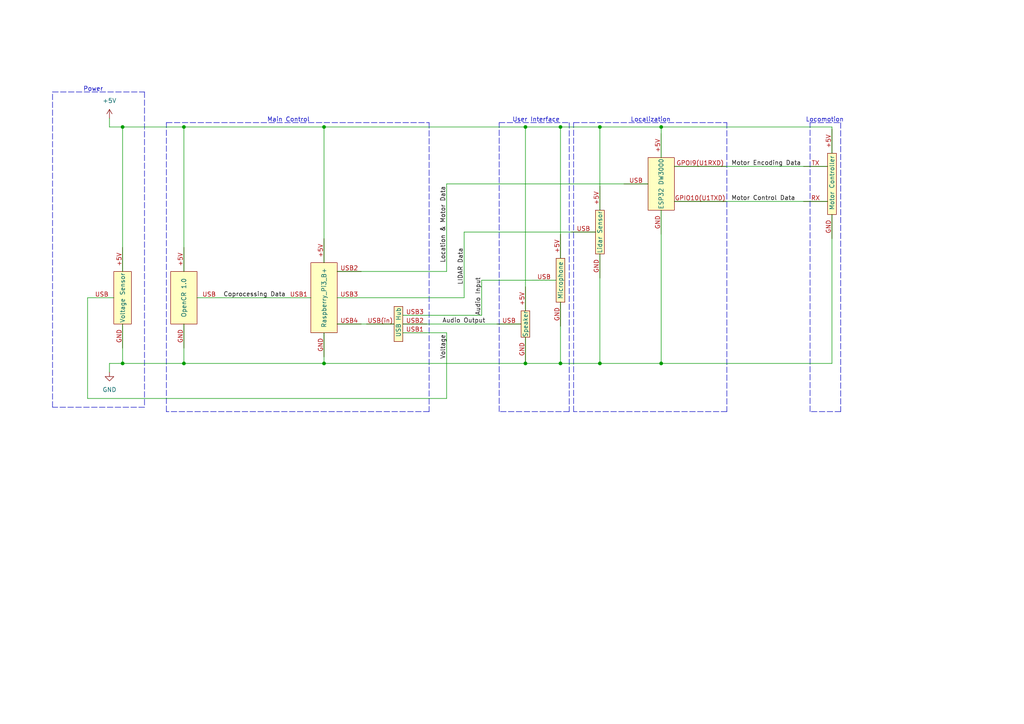
<source format=kicad_sch>
(kicad_sch (version 20211123) (generator eeschema)

  (uuid 37293b56-8909-4c15-a1f3-c0fb95e19297)

  (paper "A4")

  (lib_symbols
    (symbol "Main_Control_Components:ESP32 DW3000" (in_bom yes) (on_board yes)
      (property "Reference" "U" (id 0) (at 0 0 0)
        (effects (font (size 1.27 1.27)) hide)
      )
      (property "Value" "ESP32 DW3000" (id 1) (at -2.54 2.54 0)
        (effects (font (size 1.27 1.27)))
      )
      (property "Footprint" "" (id 2) (at 0 0 0)
        (effects (font (size 1.27 1.27)) hide)
      )
      (property "Datasheet" "" (id 3) (at 0 0 0)
        (effects (font (size 1.27 1.27)) hide)
      )
      (symbol "ESP32 DW3000_0_1"
        (rectangle (start -10.16 6.35) (end 5.08 -1.27)
          (stroke (width 0) (type default) (color 0 0 0 0))
          (fill (type background))
        )
      )
      (symbol "ESP32 DW3000_1_1"
        (pin input line (at -10.16 2.54 180) (length 7)
          (name "" (effects (font (size 1.27 1.27))))
          (number "+5V" (effects (font (size 1.27 1.27))))
        )
        (pin input line (at 5.08 2.54 0) (length 7)
          (name "" (effects (font (size 1.27 1.27))))
          (number "GND" (effects (font (size 1.27 1.27))))
        )
        (pin output line (at 2.54 6.35 90) (length 15)
          (name "" (effects (font (size 1.27 1.27))))
          (number "GPIO10(U1TXD)" (effects (font (size 1.27 1.27))))
        )
        (pin input line (at -7.62 6.35 90) (length 15)
          (name "" (effects (font (size 1.27 1.27))))
          (number "GPOI9(U1RXD)" (effects (font (size 1.27 1.27))))
        )
        (pin bidirectional line (at -2.54 -1.27 270) (length 7)
          (name "" (effects (font (size 1.27 1.27))))
          (number "USB" (effects (font (size 1.27 1.27))))
        )
      )
    )
    (symbol "Main_Control_Components:Lidar_Sensor" (in_bom yes) (on_board yes)
      (property "Reference" "U" (id 0) (at 0 0 0)
        (effects (font (size 1.27 1.27)) hide)
      )
      (property "Value" "Lidar_Sensor" (id 1) (at 0 0 0)
        (effects (font (size 1.27 1.27)))
      )
      (property "Footprint" "" (id 2) (at 0 0 0)
        (effects (font (size 1.27 1.27)) hide)
      )
      (property "Datasheet" "" (id 3) (at 0 0 0)
        (effects (font (size 1.27 1.27)) hide)
      )
      (symbol "Lidar_Sensor_0_1"
        (rectangle (start -6.35 1.27) (end 6.35 -1.27)
          (stroke (width 0) (type default) (color 0 0 0 0))
          (fill (type background))
        )
      )
      (symbol "Lidar_Sensor_1_1"
        (pin input line (at -6.35 0 180) (length 7)
          (name "" (effects (font (size 1.27 1.27))))
          (number "+5V" (effects (font (size 1.27 1.27))))
        )
        (pin input line (at 6.35 0 0) (length 7)
          (name "" (effects (font (size 1.27 1.27))))
          (number "GND" (effects (font (size 1.27 1.27))))
        )
        (pin bidirectional line (at 0 -1.27 270) (length 7)
          (name "" (effects (font (size 1.27 1.27))))
          (number "USB" (effects (font (size 1.27 1.27))))
        )
      )
    )
    (symbol "Main_Control_Components:Microphone" (in_bom yes) (on_board yes)
      (property "Reference" "U" (id 0) (at 0 0 0)
        (effects (font (size 1.27 1.27)) hide)
      )
      (property "Value" "Microphone" (id 1) (at 0 0 0)
        (effects (font (size 1.27 1.27)))
      )
      (property "Footprint" "" (id 2) (at 0 0 0)
        (effects (font (size 1.27 1.27)) hide)
      )
      (property "Datasheet" "" (id 3) (at 0 0 0)
        (effects (font (size 1.27 1.27)) hide)
      )
      (symbol "Microphone_0_1"
        (rectangle (start 6.35 1.27) (end -6.35 -1.27)
          (stroke (width 0) (type default) (color 0 0 0 0))
          (fill (type background))
        )
      )
      (symbol "Microphone_1_1"
        (pin input line (at -6.35 0 180) (length 7)
          (name "" (effects (font (size 1.27 1.27))))
          (number "+5V" (effects (font (size 1.27 1.27))))
        )
        (pin input line (at 6.35 0 0) (length 7)
          (name "" (effects (font (size 1.27 1.27))))
          (number "GND" (effects (font (size 1.27 1.27))))
        )
        (pin bidirectional line (at 0 -1.27 270) (length 7)
          (name "" (effects (font (size 1.27 1.27))))
          (number "USB" (effects (font (size 1.27 1.27))))
        )
      )
    )
    (symbol "Main_Control_Components:Motor_Controller" (in_bom yes) (on_board yes)
      (property "Reference" "U" (id 0) (at 0 0 0)
        (effects (font (size 1.27 1.27)) hide)
      )
      (property "Value" "Motor_Controller" (id 1) (at 0 0 0)
        (effects (font (size 1.27 1.27)))
      )
      (property "Footprint" "" (id 2) (at 0 0 0)
        (effects (font (size 1.27 1.27)) hide)
      )
      (property "Datasheet" "" (id 3) (at 0 0 0)
        (effects (font (size 1.27 1.27)) hide)
      )
      (symbol "Motor_Controller_0_1"
        (rectangle (start 8.89 1.27) (end -8.89 -1.27)
          (stroke (width 0) (type default) (color 0 0 0 0))
          (fill (type background))
        )
      )
      (symbol "Motor_Controller_1_1"
        (pin input line (at -8.89 0 180) (length 7)
          (name "" (effects (font (size 1.27 1.27))))
          (number "+5V" (effects (font (size 1.27 1.27))))
        )
        (pin input line (at 8.89 0 0) (length 7)
          (name "" (effects (font (size 1.27 1.27))))
          (number "GND" (effects (font (size 1.27 1.27))))
        )
        (pin input line (at 5.08 -1.27 270) (length 7)
          (name "" (effects (font (size 1.27 1.27))))
          (number "RX" (effects (font (size 1.27 1.27))))
        )
        (pin output line (at -5.08 -1.27 270) (length 7)
          (name "" (effects (font (size 1.27 1.27))))
          (number "TX" (effects (font (size 1.27 1.27))))
        )
      )
    )
    (symbol "Main_Control_Components:OpenCR_1.0" (in_bom yes) (on_board yes)
      (property "Reference" "U" (id 0) (at 0 0 0)
        (effects (font (size 1.27 1.27)) hide)
      )
      (property "Value" "OpenCR_1.0" (id 1) (at 0 1.27 0)
        (effects (font (size 1.27 1.27)))
      )
      (property "Footprint" "" (id 2) (at 0 0 0)
        (effects (font (size 1.27 1.27)) hide)
      )
      (property "Datasheet" "" (id 3) (at 0 0 0)
        (effects (font (size 1.27 1.27)) hide)
      )
      (symbol "OpenCR_1.0_0_1"
        (rectangle (start -7.62 5.08) (end 7.62 -2.54)
          (stroke (width 0) (type default) (color 0 0 0 0))
          (fill (type background))
        )
      )
      (symbol "OpenCR_1.0_1_1"
        (pin input line (at -7.62 1.27 180) (length 7)
          (name "" (effects (font (size 1.27 1.27))))
          (number "+5V" (effects (font (size 1.27 1.27))))
        )
        (pin input line (at 7.62 1.27 0) (length 7)
          (name "" (effects (font (size 1.27 1.27))))
          (number "GND" (effects (font (size 1.27 1.27))))
        )
        (pin bidirectional line (at 0 -2.54 270) (length 7)
          (name "" (effects (font (size 1.27 1.27))))
          (number "USB" (effects (font (size 1.27 1.27))))
        )
      )
    )
    (symbol "Main_Control_Components:Speaker" (in_bom yes) (on_board yes)
      (property "Reference" "U" (id 0) (at 0 0 0)
        (effects (font (size 1.27 1.27)) hide)
      )
      (property "Value" "Speaker" (id 1) (at 0 0 0)
        (effects (font (size 1.27 1.27)))
      )
      (property "Footprint" "" (id 2) (at 0 0 0)
        (effects (font (size 1.27 1.27)) hide)
      )
      (property "Datasheet" "" (id 3) (at 0 0 0)
        (effects (font (size 1.27 1.27)) hide)
      )
      (symbol "Speaker_0_1"
        (rectangle (start -3.81 1.27) (end 3.81 -1.27)
          (stroke (width 0) (type default) (color 0 0 0 0))
          (fill (type background))
        )
      )
      (symbol "Speaker_1_1"
        (pin input line (at -3.81 0 180) (length 7)
          (name "" (effects (font (size 1.27 1.27))))
          (number "+5V" (effects (font (size 1.27 1.27))))
        )
        (pin input line (at 3.81 0 0) (length 7)
          (name "" (effects (font (size 1.27 1.27))))
          (number "GND" (effects (font (size 1.27 1.27))))
        )
        (pin bidirectional line (at 0 -1.27 270) (length 7)
          (name "" (effects (font (size 1.27 1.27))))
          (number "USB" (effects (font (size 1.27 1.27))))
        )
      )
    )
    (symbol "Main_Control_Components:USB_Hub" (in_bom yes) (on_board yes)
      (property "Reference" "U" (id 0) (at 0 0 0)
        (effects (font (size 1.27 1.27)) hide)
      )
      (property "Value" "USB_Hub" (id 1) (at 0 0 0)
        (effects (font (size 1.27 1.27)))
      )
      (property "Footprint" "" (id 2) (at 0 0 0)
        (effects (font (size 1.27 1.27)) hide)
      )
      (property "Datasheet" "" (id 3) (at 0 0 0)
        (effects (font (size 1.27 1.27)) hide)
      )
      (symbol "USB_Hub_0_1"
        (rectangle (start -5.08 1.27) (end 5.08 -1.27)
          (stroke (width 0) (type default) (color 0 0 0 0))
          (fill (type background))
        )
      )
      (symbol "USB_Hub_1_1"
        (pin bidirectional line (at 0 1.27 90) (length 8)
          (name "" (effects (font (size 1.27 1.27))))
          (number "USB(in)" (effects (font (size 1.27 1.27))))
        )
        (pin bidirectional line (at -2.54 -1.27 270) (length 7)
          (name "" (effects (font (size 1.27 1.27))))
          (number "USB1" (effects (font (size 1.27 1.27))))
        )
        (pin bidirectional line (at 0 -1.27 270) (length 7)
          (name "" (effects (font (size 1.27 1.27))))
          (number "USB2" (effects (font (size 1.27 1.27))))
        )
        (pin bidirectional line (at 2.54 -1.27 270) (length 7)
          (name "" (effects (font (size 1.27 1.27))))
          (number "USB3" (effects (font (size 1.27 1.27))))
        )
      )
    )
    (symbol "Main_Control_Components:Voltage_Sensor" (in_bom yes) (on_board yes)
      (property "Reference" "U" (id 0) (at 0 0 0)
        (effects (font (size 1.27 1.27)) hide)
      )
      (property "Value" "Voltage_Sensor" (id 1) (at 0 0 0)
        (effects (font (size 1.27 1.27)))
      )
      (property "Footprint" "" (id 2) (at 0 0 0)
        (effects (font (size 1.27 1.27)) hide)
      )
      (property "Datasheet" "" (id 3) (at 0 0 0)
        (effects (font (size 1.27 1.27)) hide)
      )
      (symbol "Voltage_Sensor_0_1"
        (rectangle (start -7.62 2.54) (end 7.62 -2.54)
          (stroke (width 0) (type default) (color 0 0 0 0))
          (fill (type background))
        )
      )
      (symbol "Voltage_Sensor_1_1"
        (pin input line (at -7.62 0 180) (length 7)
          (name "" (effects (font (size 1.27 1.27))))
          (number "+5V" (effects (font (size 1.27 1.27))))
        )
        (pin input line (at 7.62 0 0) (length 7)
          (name "" (effects (font (size 1.27 1.27))))
          (number "GND" (effects (font (size 1.27 1.27))))
        )
        (pin bidirectional line (at 0 -2.54 270) (length 7)
          (name "" (effects (font (size 1.27 1.27))))
          (number "USB" (effects (font (size 1.27 1.27))))
        )
      )
    )
    (symbol "Raspberry_Pi3_B+_1" (in_bom yes) (on_board yes)
      (property "Reference" "U" (id 0) (at 0 0 0)
        (effects (font (size 1.27 1.27)) hide)
      )
      (property "Value" "Raspberry_Pi3_B+_1" (id 1) (at -2.54 0 0)
        (effects (font (size 1.27 1.27)))
      )
      (property "Footprint" "" (id 2) (at 0 0 0)
        (effects (font (size 1.27 1.27)) hide)
      )
      (property "Datasheet" "" (id 3) (at 0 0 0)
        (effects (font (size 1.27 1.27)) hide)
      )
      (symbol "Raspberry_Pi3_B+_1_0_1"
        (rectangle (start -12.7 3.81) (end 7.62 -3.81)
          (stroke (width 0) (type default) (color 0 0 0 0))
          (fill (type background))
        )
      )
      (symbol "Raspberry_Pi3_B+_1_1_1"
        (pin input line (at -12.7 0 180) (length 7)
          (name "" (effects (font (size 1.27 1.27))))
          (number "+5V" (effects (font (size 1.27 1.27))))
        )
        (pin input line (at 7.62 0 0) (length 7)
          (name "" (effects (font (size 1.27 1.27))))
          (number "GND" (effects (font (size 1.27 1.27))))
        )
        (pin bidirectional line (at -2.54 3.81 90) (length 7)
          (name "" (effects (font (size 1.27 1.27))))
          (number "USB1" (effects (font (size 1.27 1.27))))
        )
        (pin bidirectional line (at -10.16 -3.81 270) (length 7)
          (name "" (effects (font (size 1.27 1.27))))
          (number "USB2" (effects (font (size 1.27 1.27))))
        )
        (pin bidirectional line (at -2.54 -3.81 270) (length 7)
          (name "" (effects (font (size 1.27 1.27))))
          (number "USB3" (effects (font (size 1.27 1.27))))
        )
        (pin bidirectional line (at 5.08 -3.81 270) (length 7)
          (name "" (effects (font (size 1.27 1.27))))
          (number "USB4" (effects (font (size 1.27 1.27))))
        )
      )
    )
    (symbol "power:+5V" (power) (pin_names (offset 0)) (in_bom yes) (on_board yes)
      (property "Reference" "#PWR" (id 0) (at 0 -3.81 0)
        (effects (font (size 1.27 1.27)) hide)
      )
      (property "Value" "+5V" (id 1) (at 0 3.556 0)
        (effects (font (size 1.27 1.27)))
      )
      (property "Footprint" "" (id 2) (at 0 0 0)
        (effects (font (size 1.27 1.27)) hide)
      )
      (property "Datasheet" "" (id 3) (at 0 0 0)
        (effects (font (size 1.27 1.27)) hide)
      )
      (property "ki_keywords" "power-flag" (id 4) (at 0 0 0)
        (effects (font (size 1.27 1.27)) hide)
      )
      (property "ki_description" "Power symbol creates a global label with name \"+5V\"" (id 5) (at 0 0 0)
        (effects (font (size 1.27 1.27)) hide)
      )
      (symbol "+5V_0_1"
        (polyline
          (pts
            (xy -0.762 1.27)
            (xy 0 2.54)
          )
          (stroke (width 0) (type default) (color 0 0 0 0))
          (fill (type none))
        )
        (polyline
          (pts
            (xy 0 0)
            (xy 0 2.54)
          )
          (stroke (width 0) (type default) (color 0 0 0 0))
          (fill (type none))
        )
        (polyline
          (pts
            (xy 0 2.54)
            (xy 0.762 1.27)
          )
          (stroke (width 0) (type default) (color 0 0 0 0))
          (fill (type none))
        )
      )
      (symbol "+5V_1_1"
        (pin power_in line (at 0 0 90) (length 0) hide
          (name "+5V" (effects (font (size 1.27 1.27))))
          (number "1" (effects (font (size 1.27 1.27))))
        )
      )
    )
    (symbol "power:GND" (power) (pin_names (offset 0)) (in_bom yes) (on_board yes)
      (property "Reference" "#PWR" (id 0) (at 0 -6.35 0)
        (effects (font (size 1.27 1.27)) hide)
      )
      (property "Value" "GND" (id 1) (at 0 -3.81 0)
        (effects (font (size 1.27 1.27)))
      )
      (property "Footprint" "" (id 2) (at 0 0 0)
        (effects (font (size 1.27 1.27)) hide)
      )
      (property "Datasheet" "" (id 3) (at 0 0 0)
        (effects (font (size 1.27 1.27)) hide)
      )
      (property "ki_keywords" "power-flag" (id 4) (at 0 0 0)
        (effects (font (size 1.27 1.27)) hide)
      )
      (property "ki_description" "Power symbol creates a global label with name \"GND\" , ground" (id 5) (at 0 0 0)
        (effects (font (size 1.27 1.27)) hide)
      )
      (symbol "GND_0_1"
        (polyline
          (pts
            (xy 0 0)
            (xy 0 -1.27)
            (xy 1.27 -1.27)
            (xy 0 -2.54)
            (xy -1.27 -1.27)
            (xy 0 -1.27)
          )
          (stroke (width 0) (type default) (color 0 0 0 0))
          (fill (type none))
        )
      )
      (symbol "GND_1_1"
        (pin power_in line (at 0 0 270) (length 0) hide
          (name "GND" (effects (font (size 1.27 1.27))))
          (number "1" (effects (font (size 1.27 1.27))))
        )
      )
    )
  )

  (junction (at 173.99 105.41) (diameter 0) (color 0 0 0 0)
    (uuid 0f803d55-5e86-4b74-ae57-d44ce0d4c849)
  )
  (junction (at 93.98 105.41) (diameter 0) (color 0 0 0 0)
    (uuid 14d30fe8-8ae4-48fb-8e2b-5269fb0b4cbb)
  )
  (junction (at 173.99 36.83) (diameter 0) (color 0 0 0 0)
    (uuid 1d81d3a5-d826-4c7f-baa0-e80274d0e22d)
  )
  (junction (at 191.77 36.83) (diameter 0) (color 0 0 0 0)
    (uuid 1fb1188f-5b1e-4507-a0b1-f12459e0e537)
  )
  (junction (at 53.34 36.83) (diameter 0) (color 0 0 0 0)
    (uuid 22f7bf0e-6bf7-4f98-968b-2c15f303126c)
  )
  (junction (at 152.4 36.83) (diameter 0) (color 0 0 0 0)
    (uuid 67cf7f90-8e87-4c53-91ce-a43357754780)
  )
  (junction (at 162.56 36.83) (diameter 0) (color 0 0 0 0)
    (uuid 6b50aac1-d0ad-4c69-bdc5-47ca13fcfe6a)
  )
  (junction (at 35.56 105.41) (diameter 0) (color 0 0 0 0)
    (uuid 91d10ef7-6079-45fb-ab0b-a47b3a00ffce)
  )
  (junction (at 53.34 105.41) (diameter 0) (color 0 0 0 0)
    (uuid b89dd446-e2b7-4bc8-850e-8aa7140aeb36)
  )
  (junction (at 35.56 36.83) (diameter 0) (color 0 0 0 0)
    (uuid c2b0cdab-b2d9-4790-978a-0911adf6f7a8)
  )
  (junction (at 162.56 105.41) (diameter 0) (color 0 0 0 0)
    (uuid c82dd3dc-6409-484a-98e0-42a87b55db3e)
  )
  (junction (at 93.98 36.83) (diameter 0) (color 0 0 0 0)
    (uuid cc4f3cfa-d411-4216-b300-1cd0545e2a36)
  )
  (junction (at 152.4 105.41) (diameter 0) (color 0 0 0 0)
    (uuid e8c9cc15-7067-4596-9373-1a9b92a47afa)
  )
  (junction (at 191.77 105.41) (diameter 0) (color 0 0 0 0)
    (uuid eacecd44-1eac-448e-aefa-a42aacb270c5)
  )

  (polyline (pts (xy 165.1 119.38) (xy 144.78 119.38))
    (stroke (width 0) (type default) (color 0 0 0 0))
    (uuid 01267a79-dabe-457f-9aaa-247f5f6fec6b)
  )

  (wire (pts (xy 53.34 93.98) (xy 53.34 105.41))
    (stroke (width 0) (type default) (color 0 0 0 0))
    (uuid 039261a8-1138-4fa7-92b1-16cf6f9c884e)
  )
  (wire (pts (xy 25.4 115.57) (xy 129.54 115.57))
    (stroke (width 0) (type default) (color 0 0 0 0))
    (uuid 09266fbc-414e-4e45-bbd1-eed88f3e2b0c)
  )
  (wire (pts (xy 191.77 105.41) (xy 241.3 105.41))
    (stroke (width 0) (type default) (color 0 0 0 0))
    (uuid 0bd61870-81a5-4ab9-9b5d-714a07a4d75b)
  )
  (wire (pts (xy 57.15 86.36) (xy 90.17 86.36))
    (stroke (width 0) (type default) (color 0 0 0 0))
    (uuid 19884123-9c2a-44f1-94fb-7050553dc143)
  )
  (wire (pts (xy 173.99 36.83) (xy 173.99 60.96))
    (stroke (width 0) (type default) (color 0 0 0 0))
    (uuid 1b9a2f36-2c74-497f-8a97-dafcb050f79f)
  )
  (polyline (pts (xy 165.1 35.56) (xy 165.1 119.38))
    (stroke (width 0) (type default) (color 0 0 0 0))
    (uuid 1ef8f611-b6a8-4dfd-ad93-342317da5bc0)
  )
  (polyline (pts (xy 234.95 119.38) (xy 234.95 35.56))
    (stroke (width 0) (type default) (color 0 0 0 0))
    (uuid 2125f7a4-cd9e-4c01-b1e9-4d841b60b032)
  )

  (wire (pts (xy 116.84 93.98) (xy 151.13 93.98))
    (stroke (width 0) (type default) (color 0 0 0 0))
    (uuid 24864859-df21-4e03-ac36-b28272379ccb)
  )
  (polyline (pts (xy 144.78 35.56) (xy 165.1 35.56))
    (stroke (width 0) (type default) (color 0 0 0 0))
    (uuid 283651b7-c68f-4ff1-94fd-8a97715ef982)
  )

  (wire (pts (xy 173.99 36.83) (xy 162.56 36.83))
    (stroke (width 0) (type default) (color 0 0 0 0))
    (uuid 29fec59d-bc1e-42fa-9da0-ef10bc02e10e)
  )
  (wire (pts (xy 93.98 36.83) (xy 152.4 36.83))
    (stroke (width 0) (type default) (color 0 0 0 0))
    (uuid 2fb1d3e7-6077-454f-84fb-45ab79340626)
  )
  (wire (pts (xy 53.34 105.41) (xy 93.98 105.41))
    (stroke (width 0) (type default) (color 0 0 0 0))
    (uuid 30f5c3b4-782c-4bed-a71b-6e34f351d781)
  )
  (wire (pts (xy 25.4 86.36) (xy 25.4 115.57))
    (stroke (width 0) (type default) (color 0 0 0 0))
    (uuid 34bfcd4d-8cee-4ed4-b4b8-aa378ccc58e9)
  )
  (polyline (pts (xy 210.82 119.38) (xy 166.37 119.38))
    (stroke (width 0) (type default) (color 0 0 0 0))
    (uuid 3a058131-7750-4744-8dc1-1b650bf655e4)
  )
  (polyline (pts (xy 41.91 118.11) (xy 15.24 118.11))
    (stroke (width 0) (type default) (color 0 0 0 0))
    (uuid 3d8111dd-36fc-422d-8962-15731e337e53)
  )

  (wire (pts (xy 241.3 36.83) (xy 191.77 36.83))
    (stroke (width 0) (type default) (color 0 0 0 0))
    (uuid 3ddc44ad-0ba0-4c7d-aa4e-94f6dcd757cd)
  )
  (wire (pts (xy 241.3 44.45) (xy 241.3 36.83))
    (stroke (width 0) (type default) (color 0 0 0 0))
    (uuid 3f3a8da7-9ca6-4a46-a9ef-7fe299362be5)
  )
  (wire (pts (xy 129.54 115.57) (xy 129.54 96.52))
    (stroke (width 0) (type default) (color 0 0 0 0))
    (uuid 3fdf2c48-848e-42ce-82a3-07052ff44cd4)
  )
  (wire (pts (xy 152.4 36.83) (xy 162.56 36.83))
    (stroke (width 0) (type default) (color 0 0 0 0))
    (uuid 497f3172-7bea-4412-8946-bd37b2d2dd4f)
  )
  (polyline (pts (xy 243.84 119.38) (xy 234.95 119.38))
    (stroke (width 0) (type default) (color 0 0 0 0))
    (uuid 4b6a0612-3d3f-4718-9208-0d21d72d6460)
  )
  (polyline (pts (xy 144.78 119.38) (xy 144.78 35.56))
    (stroke (width 0) (type default) (color 0 0 0 0))
    (uuid 4d3f23a4-8ed7-4d57-87da-e2b616b5242c)
  )

  (wire (pts (xy 35.56 105.41) (xy 31.75 105.41))
    (stroke (width 0) (type default) (color 0 0 0 0))
    (uuid 4db00cd7-ecf9-4f0b-b92c-ce67fa5f14c1)
  )
  (wire (pts (xy 93.98 36.83) (xy 93.98 76.2))
    (stroke (width 0) (type default) (color 0 0 0 0))
    (uuid 4f22d469-1b8d-4817-81bb-79e16aacf194)
  )
  (wire (pts (xy 134.62 86.36) (xy 97.79 86.36))
    (stroke (width 0) (type default) (color 0 0 0 0))
    (uuid 528349db-9d3b-42f5-b1ae-4c2112663e2d)
  )
  (wire (pts (xy 152.4 105.41) (xy 162.56 105.41))
    (stroke (width 0) (type default) (color 0 0 0 0))
    (uuid 53982eec-d620-47db-86d8-94872a3db4f7)
  )
  (polyline (pts (xy 243.84 35.56) (xy 243.84 119.38))
    (stroke (width 0) (type default) (color 0 0 0 0))
    (uuid 5429eaae-8751-4dad-bd36-b9e8b5369664)
  )

  (wire (pts (xy 134.62 67.31) (xy 134.62 86.36))
    (stroke (width 0) (type default) (color 0 0 0 0))
    (uuid 55c39d2b-eed1-4fd9-8693-449c55b98b27)
  )
  (wire (pts (xy 31.75 105.41) (xy 31.75 107.95))
    (stroke (width 0) (type default) (color 0 0 0 0))
    (uuid 5ab92b1f-c0cd-4db2-b016-fb03214df31d)
  )
  (polyline (pts (xy 124.46 35.56) (xy 124.46 119.38))
    (stroke (width 0) (type default) (color 0 0 0 0))
    (uuid 5d005a7c-1177-49e3-b196-bdc87ff15dd0)
  )

  (wire (pts (xy 191.77 60.96) (xy 191.77 105.41))
    (stroke (width 0) (type default) (color 0 0 0 0))
    (uuid 649d0311-95b8-4809-a5f4-819b96d48b91)
  )
  (wire (pts (xy 31.75 34.29) (xy 31.75 36.83))
    (stroke (width 0) (type default) (color 0 0 0 0))
    (uuid 700813af-708e-4f96-883e-d6db54b45594)
  )
  (wire (pts (xy 152.4 36.83) (xy 152.4 90.17))
    (stroke (width 0) (type default) (color 0 0 0 0))
    (uuid 722c49dd-50a7-4a6f-a4a9-41a469cd704e)
  )
  (wire (pts (xy 31.75 36.83) (xy 35.56 36.83))
    (stroke (width 0) (type default) (color 0 0 0 0))
    (uuid 786312cc-1381-43c5-851f-2ca23faea7bd)
  )
  (polyline (pts (xy 15.24 26.67) (xy 41.91 26.67))
    (stroke (width 0) (type default) (color 0 0 0 0))
    (uuid 80a4da21-86f1-4e11-9b85-1e45c676e718)
  )

  (wire (pts (xy 195.58 58.42) (xy 240.03 58.42))
    (stroke (width 0) (type default) (color 0 0 0 0))
    (uuid 81eec1a1-8c44-410f-b106-59fd85859c2a)
  )
  (wire (pts (xy 172.72 67.31) (xy 134.62 67.31))
    (stroke (width 0) (type default) (color 0 0 0 0))
    (uuid 8483d161-e0d5-4b5c-9c5f-585bcdb6daac)
  )
  (polyline (pts (xy 124.46 119.38) (xy 48.26 119.38))
    (stroke (width 0) (type default) (color 0 0 0 0))
    (uuid 9579978c-ca5e-4b74-ac1c-f85b131964dd)
  )

  (wire (pts (xy 191.77 36.83) (xy 173.99 36.83))
    (stroke (width 0) (type default) (color 0 0 0 0))
    (uuid 97a27fb7-b710-4dd1-80d7-7e4538eb9543)
  )
  (polyline (pts (xy 48.26 119.38) (xy 48.26 35.56))
    (stroke (width 0) (type default) (color 0 0 0 0))
    (uuid 988843fd-b9e8-4144-88e7-2f8af19c7cdb)
  )

  (wire (pts (xy 187.96 53.34) (xy 129.54 53.34))
    (stroke (width 0) (type default) (color 0 0 0 0))
    (uuid 98a3cee9-5dd2-407a-b774-1261a4134457)
  )
  (polyline (pts (xy 234.95 35.56) (xy 243.84 35.56))
    (stroke (width 0) (type default) (color 0 0 0 0))
    (uuid 9b5ce0ea-66ba-4bcf-9854-f4ee105a58d8)
  )

  (wire (pts (xy 53.34 36.83) (xy 93.98 36.83))
    (stroke (width 0) (type default) (color 0 0 0 0))
    (uuid a246eb82-0765-45e1-a61b-5e51b30418b4)
  )
  (wire (pts (xy 35.56 36.83) (xy 35.56 78.74))
    (stroke (width 0) (type default) (color 0 0 0 0))
    (uuid a8d53be1-4315-45af-8514-b87a8a7c62b9)
  )
  (wire (pts (xy 162.56 87.63) (xy 162.56 105.41))
    (stroke (width 0) (type default) (color 0 0 0 0))
    (uuid aa7ee77d-0a66-4fb1-a1e7-6b8d103fb498)
  )
  (wire (pts (xy 53.34 105.41) (xy 35.56 105.41))
    (stroke (width 0) (type default) (color 0 0 0 0))
    (uuid ac8d10b4-836d-42e7-a9d9-932f75e5d988)
  )
  (wire (pts (xy 173.99 73.66) (xy 173.99 105.41))
    (stroke (width 0) (type default) (color 0 0 0 0))
    (uuid ac9daa11-f71d-4ad6-aa81-33c04d8daae5)
  )
  (polyline (pts (xy 166.37 119.38) (xy 166.37 35.56))
    (stroke (width 0) (type default) (color 0 0 0 0))
    (uuid acc8fe67-dcfa-4207-ae95-c2e3e8433684)
  )

  (wire (pts (xy 139.7 81.28) (xy 139.7 91.44))
    (stroke (width 0) (type default) (color 0 0 0 0))
    (uuid ae3ab7ef-00bc-47f8-972c-16f466ab32a5)
  )
  (wire (pts (xy 53.34 36.83) (xy 53.34 78.74))
    (stroke (width 0) (type default) (color 0 0 0 0))
    (uuid b18e6978-c898-4934-8e9e-ca0239289987)
  )
  (wire (pts (xy 191.77 36.83) (xy 191.77 45.72))
    (stroke (width 0) (type default) (color 0 0 0 0))
    (uuid bacd3553-8d66-44af-a47d-dd406c16f33c)
  )
  (wire (pts (xy 97.79 93.98) (xy 114.3 93.98))
    (stroke (width 0) (type default) (color 0 0 0 0))
    (uuid c02e3288-eac5-42f0-9950-b8c31177eda5)
  )
  (wire (pts (xy 152.4 97.79) (xy 152.4 105.41))
    (stroke (width 0) (type default) (color 0 0 0 0))
    (uuid c059bb2a-c943-43a3-acda-c82513813ab3)
  )
  (wire (pts (xy 129.54 78.74) (xy 97.79 78.74))
    (stroke (width 0) (type default) (color 0 0 0 0))
    (uuid c096ed44-ee79-44b1-9b8a-ea04e2da4bbc)
  )
  (wire (pts (xy 139.7 91.44) (xy 116.84 91.44))
    (stroke (width 0) (type default) (color 0 0 0 0))
    (uuid c2a6ae1f-7ff3-401a-a637-aebc6ce2ab08)
  )
  (polyline (pts (xy 41.91 26.67) (xy 41.91 118.11))
    (stroke (width 0) (type default) (color 0 0 0 0))
    (uuid c8675f58-6d3b-40dc-bc31-79765cfa8995)
  )

  (wire (pts (xy 152.4 105.41) (xy 93.98 105.41))
    (stroke (width 0) (type default) (color 0 0 0 0))
    (uuid cab91fe4-0605-4608-80b4-9a3e2c32cc57)
  )
  (wire (pts (xy 162.56 105.41) (xy 173.99 105.41))
    (stroke (width 0) (type default) (color 0 0 0 0))
    (uuid ce54c0bb-ae90-43dc-a301-4400185cff97)
  )
  (polyline (pts (xy 48.26 35.56) (xy 124.46 35.56))
    (stroke (width 0) (type default) (color 0 0 0 0))
    (uuid d0932f6f-9e04-4db8-b314-773abf01cb1f)
  )
  (polyline (pts (xy 210.82 35.56) (xy 210.82 119.38))
    (stroke (width 0) (type default) (color 0 0 0 0))
    (uuid d1c92edc-f7c7-447c-958a-3d60e7ca9221)
  )

  (wire (pts (xy 161.29 81.28) (xy 139.7 81.28))
    (stroke (width 0) (type default) (color 0 0 0 0))
    (uuid d3b51b65-7b0c-4393-9f84-a6b9902ae98b)
  )
  (polyline (pts (xy 166.37 35.56) (xy 210.82 35.56))
    (stroke (width 0) (type default) (color 0 0 0 0))
    (uuid d9afc6bb-d03d-45f3-8971-ee86fca95cff)
  )

  (wire (pts (xy 162.56 36.83) (xy 162.56 74.93))
    (stroke (width 0) (type default) (color 0 0 0 0))
    (uuid da224be1-94bd-41ba-b390-9ae507c4d274)
  )
  (wire (pts (xy 93.98 96.52) (xy 93.98 105.41))
    (stroke (width 0) (type default) (color 0 0 0 0))
    (uuid de5ad6e9-27f6-4d0d-8f3a-f6fc7c6728b6)
  )
  (wire (pts (xy 33.02 86.36) (xy 25.4 86.36))
    (stroke (width 0) (type default) (color 0 0 0 0))
    (uuid dfda1f39-aafa-4fdd-a4e1-3377315fb448)
  )
  (wire (pts (xy 241.3 62.23) (xy 241.3 105.41))
    (stroke (width 0) (type default) (color 0 0 0 0))
    (uuid dfda4d95-d4ae-44bc-962c-21cfd2b89f60)
  )
  (wire (pts (xy 129.54 96.52) (xy 116.84 96.52))
    (stroke (width 0) (type default) (color 0 0 0 0))
    (uuid e8f1918b-a968-48f1-9d2a-6f5d1a7176ba)
  )
  (wire (pts (xy 35.56 93.98) (xy 35.56 105.41))
    (stroke (width 0) (type default) (color 0 0 0 0))
    (uuid e92d1220-3a0e-4d0a-94f2-bcb70efb898d)
  )
  (wire (pts (xy 195.58 48.26) (xy 240.03 48.26))
    (stroke (width 0) (type default) (color 0 0 0 0))
    (uuid f169e2cc-55ef-4923-b112-545330f7716c)
  )
  (wire (pts (xy 35.56 36.83) (xy 53.34 36.83))
    (stroke (width 0) (type default) (color 0 0 0 0))
    (uuid f26b5ebd-1426-4f95-b769-fce6ce83fe84)
  )
  (wire (pts (xy 173.99 105.41) (xy 191.77 105.41))
    (stroke (width 0) (type default) (color 0 0 0 0))
    (uuid f2c6b3c4-ba88-4092-b932-539833f016b3)
  )
  (wire (pts (xy 129.54 53.34) (xy 129.54 78.74))
    (stroke (width 0) (type default) (color 0 0 0 0))
    (uuid ff9918e9-b081-4154-bbc2-d2df5a1adba1)
  )
  (polyline (pts (xy 15.24 118.11) (xy 15.24 26.67))
    (stroke (width 0) (type default) (color 0 0 0 0))
    (uuid ffa2fb49-90b7-42ad-94b4-33caab64dc55)
  )

  (text "Localization" (at 182.88 35.56 0)
    (effects (font (size 1.27 1.27)) (justify left bottom))
    (uuid 7c3e0798-da98-42ac-ba65-f1f228ae7f0d)
  )
  (text "Main Control" (at 77.47 35.56 0)
    (effects (font (size 1.27 1.27)) (justify left bottom))
    (uuid 81681c58-11fd-42bc-abf4-26f57ee8d5f1)
  )
  (text "Power" (at 24.13 26.67 0)
    (effects (font (size 1.27 1.27)) (justify left bottom))
    (uuid 8b1cdb5d-79b9-46f4-9ffd-13ff1d0dfcfd)
  )
  (text "User Interface" (at 148.59 35.56 0)
    (effects (font (size 1.27 1.27)) (justify left bottom))
    (uuid ed3da87a-45b6-4e2a-9fd7-a6e908944194)
  )
  (text "Locomotion" (at 233.68 35.56 0)
    (effects (font (size 1.27 1.27)) (justify left bottom))
    (uuid f495e834-7f48-492e-822e-4a4f25cb0b33)
  )

  (label "Motor Control Data" (at 212.09 58.42 0)
    (effects (font (size 1.27 1.27)) (justify left bottom))
    (uuid 11cfddda-d779-4f89-b1c3-128e679d380f)
  )
  (label "Motor Encoding Data" (at 212.09 48.26 0)
    (effects (font (size 1.27 1.27)) (justify left bottom))
    (uuid 53bb3eb6-cf7a-45cf-b701-f6536eaa5bde)
  )
  (label "Coprocessing Data" (at 64.77 86.36 0)
    (effects (font (size 1.27 1.27)) (justify left bottom))
    (uuid 777269d6-e428-44da-9b6b-ed70975a6620)
  )
  (label "Audio Input" (at 139.7 91.44 90)
    (effects (font (size 1.27 1.27)) (justify left bottom))
    (uuid a2b588dd-007d-4927-a1c4-bbec80dd1555)
  )
  (label "LIDAR Data" (at 134.62 82.55 90)
    (effects (font (size 1.27 1.27)) (justify left bottom))
    (uuid cc1ea3f9-2c07-47bf-887b-548f01c5e450)
  )
  (label "Audio Output" (at 128.27 93.98 0)
    (effects (font (size 1.27 1.27)) (justify left bottom))
    (uuid f22ecc24-5820-433c-b1d8-1a08411e7458)
  )
  (label "Location & Motor Data" (at 129.54 76.2 90)
    (effects (font (size 1.27 1.27)) (justify left bottom))
    (uuid f688dc0f-69cc-4298-86fc-ed0c6bf46d43)
  )
  (label "Voltage" (at 129.54 104.14 90)
    (effects (font (size 1.27 1.27)) (justify left bottom))
    (uuid f8d3bf5d-797d-42c9-841f-5369621bcf90)
  )

  (symbol (lib_id "power:+5V") (at 31.75 34.29 0) (unit 1)
    (in_bom yes) (on_board yes) (fields_autoplaced)
    (uuid 11d129ed-e180-49c0-8d19-2bf741bac565)
    (property "Reference" "#PWR?" (id 0) (at 31.75 38.1 0)
      (effects (font (size 1.27 1.27)) hide)
    )
    (property "Value" "+5V" (id 1) (at 31.75 29.21 0))
    (property "Footprint" "" (id 2) (at 31.75 34.29 0)
      (effects (font (size 1.27 1.27)) hide)
    )
    (property "Datasheet" "" (id 3) (at 31.75 34.29 0)
      (effects (font (size 1.27 1.27)) hide)
    )
    (pin "1" (uuid 8b190f6d-3be6-4bca-95cb-071e1d6b98ee))
  )

  (symbol (lib_name "Raspberry_Pi3_B+_1") (lib_id "Main_Control_Components:Raspberry_Pi3_B+") (at 93.98 88.9 90) (mirror x) (unit 1)
    (in_bom yes) (on_board yes)
    (uuid 204624d0-4faa-4351-ac12-351dbfa7634f)
    (property "Reference" "U?" (id 0) (at 93.98 88.9 0)
      (effects (font (size 1.27 1.27)) hide)
    )
    (property "Value" "Raspberry_Pi3_B+" (id 1) (at 93.98 86.36 0))
    (property "Footprint" "" (id 2) (at 93.98 88.9 0)
      (effects (font (size 1.27 1.27)) hide)
    )
    (property "Datasheet" "" (id 3) (at 93.98 88.9 0)
      (effects (font (size 1.27 1.27)) hide)
    )
    (pin "+5V" (uuid d62fb7a6-863b-426b-9250-6d76476dec6c))
    (pin "GND" (uuid eb530916-c94e-42e8-923a-320d2c6c6dbb))
    (pin "USB1" (uuid 9b46c1ca-efa1-495e-965b-68bdf04260ee))
    (pin "USB2" (uuid 3358523c-a415-4adf-b1fb-88009d4650b3))
    (pin "USB3" (uuid 9db15256-f4e0-467e-9d26-8d199ab1d822))
    (pin "USB4" (uuid 30321d51-fcdf-4000-87ce-8a77af9e8f0b))
  )

  (symbol (lib_id "Main_Control_Components:USB_Hub") (at 115.57 93.98 90) (unit 1)
    (in_bom yes) (on_board yes)
    (uuid 3a66b1b7-4fb1-47f3-a12e-b6e7735dc324)
    (property "Reference" "U?" (id 0) (at 115.57 93.98 0)
      (effects (font (size 1.27 1.27)) hide)
    )
    (property "Value" "USB Hub" (id 1) (at 115.57 97.79 0)
      (effects (font (size 1.27 1.27)) (justify left))
    )
    (property "Footprint" "" (id 2) (at 115.57 93.98 0)
      (effects (font (size 1.27 1.27)) hide)
    )
    (property "Datasheet" "" (id 3) (at 115.57 93.98 0)
      (effects (font (size 1.27 1.27)) hide)
    )
    (pin "USB(in)" (uuid f3a4055e-3648-4356-8073-15325126ffa5))
    (pin "USB1" (uuid a4c65525-ca3a-466d-8981-0bf5947034c1))
    (pin "USB2" (uuid 754ddfb7-163a-455e-bf9f-d7c4e86a5b5f))
    (pin "USB3" (uuid 2876aa4f-e1ab-40f6-99e8-83172d86f432))
  )

  (symbol (lib_id "Main_Control_Components:Motor_Controller") (at 241.3 53.34 270) (unit 1)
    (in_bom yes) (on_board yes)
    (uuid 52b14a50-81e1-4bea-9f9e-366223e132d5)
    (property "Reference" "U?" (id 0) (at 241.3 53.34 0)
      (effects (font (size 1.27 1.27)) hide)
    )
    (property "Value" "Motor Controller" (id 1) (at 241.3 60.96 0)
      (effects (font (size 1.27 1.27)) (justify right))
    )
    (property "Footprint" "" (id 2) (at 241.3 53.34 0)
      (effects (font (size 1.27 1.27)) hide)
    )
    (property "Datasheet" "" (id 3) (at 241.3 53.34 0)
      (effects (font (size 1.27 1.27)) hide)
    )
    (pin "+5V" (uuid 73ab9422-7086-4cb5-81f8-0c86c395c916))
    (pin "GND" (uuid efb4e1b9-7a93-44f1-bf80-d1efc23263e5))
    (pin "RX" (uuid f3efe126-6924-43e1-8f65-130352f12ba7))
    (pin "TX" (uuid f71fb36c-8467-4784-be87-b02c13fc3963))
  )

  (symbol (lib_id "Main_Control_Components:Speaker") (at 152.4 93.98 270) (unit 1)
    (in_bom yes) (on_board yes)
    (uuid 80fdfb43-766a-4876-b5f6-47fbf58d513a)
    (property "Reference" "U?" (id 0) (at 152.4 93.98 0)
      (effects (font (size 1.27 1.27)) hide)
    )
    (property "Value" "Speaker" (id 1) (at 152.4 93.98 0))
    (property "Footprint" "" (id 2) (at 152.4 93.98 0)
      (effects (font (size 1.27 1.27)) hide)
    )
    (property "Datasheet" "" (id 3) (at 152.4 93.98 0)
      (effects (font (size 1.27 1.27)) hide)
    )
    (pin "+5V" (uuid de2dc092-d97c-4f02-a296-e95ed204a1a1))
    (pin "GND" (uuid b5cf1f51-6377-4dc1-a733-d19dd4df8f04))
    (pin "USB" (uuid 9a918803-fb2d-4886-b337-6961b4935db7))
  )

  (symbol (lib_id "Main_Control_Components:OpenCR_1.0") (at 54.61 86.36 90) (mirror x) (unit 1)
    (in_bom yes) (on_board yes)
    (uuid 97a9b61a-acec-4840-8ca9-ebe1e9d9e0bd)
    (property "Reference" "U?" (id 0) (at 54.61 86.36 0)
      (effects (font (size 1.27 1.27)) hide)
    )
    (property "Value" "OpenCR 1.0" (id 1) (at 53.34 86.36 0))
    (property "Footprint" "" (id 2) (at 54.61 86.36 0)
      (effects (font (size 1.27 1.27)) hide)
    )
    (property "Datasheet" "" (id 3) (at 54.61 86.36 0)
      (effects (font (size 1.27 1.27)) hide)
    )
    (pin "+5V" (uuid b0861d2e-b022-4d5d-9d32-d88b7cb79698))
    (pin "GND" (uuid a943e9a2-f9d1-4788-882c-adff3250f13d))
    (pin "USB" (uuid 15424f2f-a4cc-4907-9b7d-6f3af709553f))
  )

  (symbol (lib_id "Main_Control_Components:Voltage_Sensor") (at 35.56 86.36 270) (unit 1)
    (in_bom yes) (on_board yes)
    (uuid a99d563f-f195-4ce7-9353-8f5813088753)
    (property "Reference" "U?" (id 0) (at 35.56 86.36 0)
      (effects (font (size 1.27 1.27)) hide)
    )
    (property "Value" "Voltage Sensor" (id 1) (at 35.56 86.36 0))
    (property "Footprint" "" (id 2) (at 35.56 86.36 0)
      (effects (font (size 1.27 1.27)) hide)
    )
    (property "Datasheet" "" (id 3) (at 35.56 86.36 0)
      (effects (font (size 1.27 1.27)) hide)
    )
    (pin "+5V" (uuid fc448733-5cf9-4232-9ac3-66786af494d9))
    (pin "GND" (uuid 122ed333-e277-408e-a219-9869fc94fad3))
    (pin "USB" (uuid cc04e615-c655-4d5e-955a-4690f1729788))
  )

  (symbol (lib_id "Main_Control_Components:Microphone") (at 162.56 81.28 270) (unit 1)
    (in_bom yes) (on_board yes)
    (uuid bdb16594-d746-45f5-a670-97305728f261)
    (property "Reference" "U?" (id 0) (at 162.56 81.28 0)
      (effects (font (size 1.27 1.27)) hide)
    )
    (property "Value" "Microphone" (id 1) (at 162.56 81.28 0))
    (property "Footprint" "" (id 2) (at 162.56 81.28 0)
      (effects (font (size 1.27 1.27)) hide)
    )
    (property "Datasheet" "" (id 3) (at 162.56 81.28 0)
      (effects (font (size 1.27 1.27)) hide)
    )
    (pin "+5V" (uuid c5ab763e-9089-479d-9773-89dc42ecf089))
    (pin "GND" (uuid 885f60ec-a23c-4d40-af85-e8f485487a01))
    (pin "USB" (uuid 9b36223b-5b23-47e0-9fb2-2a8b9119d90b))
  )

  (symbol (lib_id "Main_Control_Components:Lidar_Sensor") (at 173.99 67.31 270) (unit 1)
    (in_bom yes) (on_board yes)
    (uuid c5debf16-7651-4580-9aa0-b6c885434b3d)
    (property "Reference" "U?" (id 0) (at 173.99 67.31 0)
      (effects (font (size 1.27 1.27)) hide)
    )
    (property "Value" "Lidar Sensor" (id 1) (at 173.99 67.31 0))
    (property "Footprint" "" (id 2) (at 173.99 67.31 0)
      (effects (font (size 1.27 1.27)) hide)
    )
    (property "Datasheet" "" (id 3) (at 173.99 67.31 0)
      (effects (font (size 1.27 1.27)) hide)
    )
    (pin "+5V" (uuid 9641bd81-9966-4153-a19a-2cc0b93949ab))
    (pin "GND" (uuid 012cc1e2-6b2b-403a-9144-c064ba19b023))
    (pin "USB" (uuid e65f72ad-294b-4bc9-9360-ce4436380cf0))
  )

  (symbol (lib_id "Main_Control_Components:ESP32 DW3000") (at 189.23 55.88 270) (unit 1)
    (in_bom yes) (on_board yes)
    (uuid c9551acf-3c11-448e-9b25-d9223b41106e)
    (property "Reference" "U?" (id 0) (at 189.23 55.88 0)
      (effects (font (size 1.27 1.27)) hide)
    )
    (property "Value" "ESP32 DW3000" (id 1) (at 191.77 53.34 0))
    (property "Footprint" "" (id 2) (at 189.23 55.88 0)
      (effects (font (size 1.27 1.27)) hide)
    )
    (property "Datasheet" "" (id 3) (at 189.23 55.88 0)
      (effects (font (size 1.27 1.27)) hide)
    )
    (pin "+5V" (uuid 7a10f27e-9795-4855-b8a6-6ea62dc7ca8c))
    (pin "GND" (uuid 39068664-94ee-42ec-befa-ebe24f7fbbfc))
    (pin "GPIO10(U1TXD)" (uuid 0b019664-f652-41da-887d-4c29eea5e8f6))
    (pin "GPOI9(U1RXD)" (uuid b08796a6-1921-4baf-81f4-161fd58b7b53))
    (pin "USB" (uuid 48ae5c81-2b25-4c13-b3af-10e51778f543))
  )

  (symbol (lib_id "power:GND") (at 31.75 107.95 0) (unit 1)
    (in_bom yes) (on_board yes) (fields_autoplaced)
    (uuid f803de62-9c21-430d-8686-a81c1cc40231)
    (property "Reference" "#PWR?" (id 0) (at 31.75 114.3 0)
      (effects (font (size 1.27 1.27)) hide)
    )
    (property "Value" "GND" (id 1) (at 31.75 113.03 0))
    (property "Footprint" "" (id 2) (at 31.75 107.95 0)
      (effects (font (size 1.27 1.27)) hide)
    )
    (property "Datasheet" "" (id 3) (at 31.75 107.95 0)
      (effects (font (size 1.27 1.27)) hide)
    )
    (pin "1" (uuid 47e7f02a-6e71-4d2a-97ee-8ebd52e5cc04))
  )

  (sheet_instances
    (path "/" (page "1"))
  )

  (symbol_instances
    (path "/11d129ed-e180-49c0-8d19-2bf741bac565"
      (reference "#PWR?") (unit 1) (value "+5V") (footprint "")
    )
    (path "/f803de62-9c21-430d-8686-a81c1cc40231"
      (reference "#PWR?") (unit 1) (value "GND") (footprint "")
    )
    (path "/204624d0-4faa-4351-ac12-351dbfa7634f"
      (reference "U?") (unit 1) (value "Raspberry_Pi3_B+") (footprint "")
    )
    (path "/3a66b1b7-4fb1-47f3-a12e-b6e7735dc324"
      (reference "U?") (unit 1) (value "USB Hub") (footprint "")
    )
    (path "/52b14a50-81e1-4bea-9f9e-366223e132d5"
      (reference "U?") (unit 1) (value "Motor Controller") (footprint "")
    )
    (path "/80fdfb43-766a-4876-b5f6-47fbf58d513a"
      (reference "U?") (unit 1) (value "Speaker") (footprint "")
    )
    (path "/97a9b61a-acec-4840-8ca9-ebe1e9d9e0bd"
      (reference "U?") (unit 1) (value "OpenCR 1.0") (footprint "")
    )
    (path "/a99d563f-f195-4ce7-9353-8f5813088753"
      (reference "U?") (unit 1) (value "Voltage Sensor") (footprint "")
    )
    (path "/bdb16594-d746-45f5-a670-97305728f261"
      (reference "U?") (unit 1) (value "Microphone") (footprint "")
    )
    (path "/c5debf16-7651-4580-9aa0-b6c885434b3d"
      (reference "U?") (unit 1) (value "Lidar Sensor") (footprint "")
    )
    (path "/c9551acf-3c11-448e-9b25-d9223b41106e"
      (reference "U?") (unit 1) (value "ESP32 DW3000") (footprint "")
    )
  )
)

</source>
